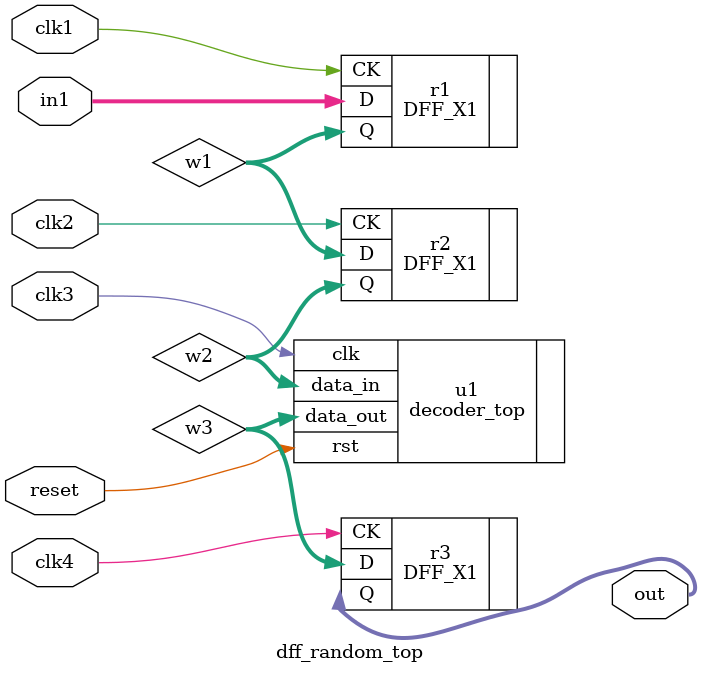
<source format=v>
module dff_random_top (in1, clk1, clk2, clk3, clk4, reset, out);
  input [31:0] in1;
  input clk1, clk2, clk3, clk4, reset;
  output [31:0] out;
  wire [31:0] w1, w2, w3;

  DFF_X1 r1 (.D(in1), .CK(clk1), .Q(w1));
  DFF_X1 r2 (.D(w1), .CK(clk2), .Q(w2));
  decoder_top u1 (.data_in(w2), .data_out(w3),.rst(reset),.clk(clk3));
  DFF_X1 r3 (.D(w3), .CK(clk4), .Q(out));
endmodule

</source>
